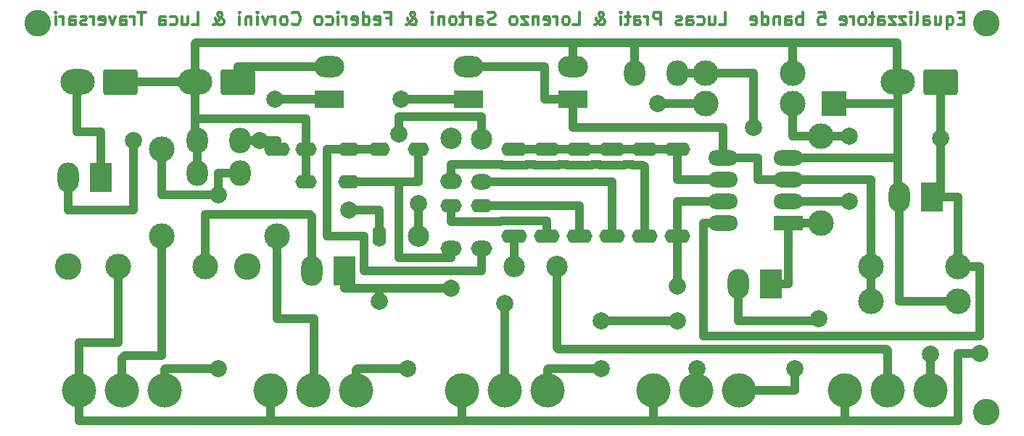
<source format=gbr>
%TF.GenerationSoftware,KiCad,Pcbnew,(5.1.9)-1*%
%TF.CreationDate,2022-01-13T14:55:30+01:00*%
%TF.ProjectId,Equalizzatore Prati,45717561-6c69-47a7-9a61-746f72652050,rev?*%
%TF.SameCoordinates,Original*%
%TF.FileFunction,Copper,L2,Bot*%
%TF.FilePolarity,Positive*%
%FSLAX46Y46*%
G04 Gerber Fmt 4.6, Leading zero omitted, Abs format (unit mm)*
G04 Created by KiCad (PCBNEW (5.1.9)-1) date 2022-01-13 14:55:30*
%MOMM*%
%LPD*%
G01*
G04 APERTURE LIST*
%TA.AperFunction,NonConductor*%
%ADD10C,0.300000*%
%TD*%
%TA.AperFunction,ComponentPad*%
%ADD11R,2.500000X3.500000*%
%TD*%
%TA.AperFunction,ComponentPad*%
%ADD12O,2.500000X3.500000*%
%TD*%
%TA.AperFunction,ComponentPad*%
%ADD13R,3.500000X2.000000*%
%TD*%
%TA.AperFunction,ComponentPad*%
%ADD14O,3.500000X2.500000*%
%TD*%
%TA.AperFunction,ComponentPad*%
%ADD15O,2.500000X3.000000*%
%TD*%
%TA.AperFunction,ComponentPad*%
%ADD16O,2.500000X1.900000*%
%TD*%
%TA.AperFunction,ComponentPad*%
%ADD17C,2.500000*%
%TD*%
%TA.AperFunction,ComponentPad*%
%ADD18O,2.500000X1.800000*%
%TD*%
%TA.AperFunction,ComponentPad*%
%ADD19O,2.500000X1.600000*%
%TD*%
%TA.AperFunction,ComponentPad*%
%ADD20O,4.000000X3.000000*%
%TD*%
%TA.AperFunction,ComponentPad*%
%ADD21R,3.000000X3.000000*%
%TD*%
%TA.AperFunction,ComponentPad*%
%ADD22C,3.000000*%
%TD*%
%TA.AperFunction,ComponentPad*%
%ADD23C,4.000000*%
%TD*%
%TA.AperFunction,ComponentPad*%
%ADD24O,3.000000X1.600000*%
%TD*%
%TA.AperFunction,ComponentPad*%
%ADD25O,1.600000X2.500000*%
%TD*%
%TA.AperFunction,ComponentPad*%
%ADD26R,3.500000X1.800000*%
%TD*%
%TA.AperFunction,ComponentPad*%
%ADD27O,3.500000X1.800000*%
%TD*%
%TA.AperFunction,ViaPad*%
%ADD28C,3.100000*%
%TD*%
%TA.AperFunction,ViaPad*%
%ADD29C,2.000000*%
%TD*%
%TA.AperFunction,Conductor*%
%ADD30C,1.000000*%
%TD*%
G04 APERTURE END LIST*
D10*
X210261714Y-83458857D02*
X209761714Y-83458857D01*
X209547428Y-84244571D02*
X210261714Y-84244571D01*
X210261714Y-82744571D01*
X209547428Y-82744571D01*
X208261714Y-83244571D02*
X208261714Y-84744571D01*
X208261714Y-84173142D02*
X208404571Y-84244571D01*
X208690285Y-84244571D01*
X208833142Y-84173142D01*
X208904571Y-84101714D01*
X208976000Y-83958857D01*
X208976000Y-83530285D01*
X208904571Y-83387428D01*
X208833142Y-83316000D01*
X208690285Y-83244571D01*
X208404571Y-83244571D01*
X208261714Y-83316000D01*
X206904571Y-83244571D02*
X206904571Y-84244571D01*
X207547428Y-83244571D02*
X207547428Y-84030285D01*
X207476000Y-84173142D01*
X207333142Y-84244571D01*
X207118857Y-84244571D01*
X206976000Y-84173142D01*
X206904571Y-84101714D01*
X205547428Y-84244571D02*
X205547428Y-83458857D01*
X205618857Y-83316000D01*
X205761714Y-83244571D01*
X206047428Y-83244571D01*
X206190285Y-83316000D01*
X205547428Y-84173142D02*
X205690285Y-84244571D01*
X206047428Y-84244571D01*
X206190285Y-84173142D01*
X206261714Y-84030285D01*
X206261714Y-83887428D01*
X206190285Y-83744571D01*
X206047428Y-83673142D01*
X205690285Y-83673142D01*
X205547428Y-83601714D01*
X204618857Y-84244571D02*
X204761714Y-84173142D01*
X204833142Y-84030285D01*
X204833142Y-82744571D01*
X204047428Y-84244571D02*
X204047428Y-83244571D01*
X204047428Y-82744571D02*
X204118857Y-82816000D01*
X204047428Y-82887428D01*
X203976000Y-82816000D01*
X204047428Y-82744571D01*
X204047428Y-82887428D01*
X203476000Y-83244571D02*
X202690285Y-83244571D01*
X203476000Y-84244571D01*
X202690285Y-84244571D01*
X202261714Y-83244571D02*
X201476000Y-83244571D01*
X202261714Y-84244571D01*
X201476000Y-84244571D01*
X200261714Y-84244571D02*
X200261714Y-83458857D01*
X200333142Y-83316000D01*
X200476000Y-83244571D01*
X200761714Y-83244571D01*
X200904571Y-83316000D01*
X200261714Y-84173142D02*
X200404571Y-84244571D01*
X200761714Y-84244571D01*
X200904571Y-84173142D01*
X200976000Y-84030285D01*
X200976000Y-83887428D01*
X200904571Y-83744571D01*
X200761714Y-83673142D01*
X200404571Y-83673142D01*
X200261714Y-83601714D01*
X199761714Y-83244571D02*
X199190285Y-83244571D01*
X199547428Y-82744571D02*
X199547428Y-84030285D01*
X199476000Y-84173142D01*
X199333142Y-84244571D01*
X199190285Y-84244571D01*
X198476000Y-84244571D02*
X198618857Y-84173142D01*
X198690285Y-84101714D01*
X198761714Y-83958857D01*
X198761714Y-83530285D01*
X198690285Y-83387428D01*
X198618857Y-83316000D01*
X198476000Y-83244571D01*
X198261714Y-83244571D01*
X198118857Y-83316000D01*
X198047428Y-83387428D01*
X197976000Y-83530285D01*
X197976000Y-83958857D01*
X198047428Y-84101714D01*
X198118857Y-84173142D01*
X198261714Y-84244571D01*
X198476000Y-84244571D01*
X197333142Y-84244571D02*
X197333142Y-83244571D01*
X197333142Y-83530285D02*
X197261714Y-83387428D01*
X197190285Y-83316000D01*
X197047428Y-83244571D01*
X196904571Y-83244571D01*
X195833142Y-84173142D02*
X195976000Y-84244571D01*
X196261714Y-84244571D01*
X196404571Y-84173142D01*
X196476000Y-84030285D01*
X196476000Y-83458857D01*
X196404571Y-83316000D01*
X196261714Y-83244571D01*
X195976000Y-83244571D01*
X195833142Y-83316000D01*
X195761714Y-83458857D01*
X195761714Y-83601714D01*
X196476000Y-83744571D01*
X193261714Y-82744571D02*
X193976000Y-82744571D01*
X194047428Y-83458857D01*
X193976000Y-83387428D01*
X193833142Y-83316000D01*
X193476000Y-83316000D01*
X193333142Y-83387428D01*
X193261714Y-83458857D01*
X193190285Y-83601714D01*
X193190285Y-83958857D01*
X193261714Y-84101714D01*
X193333142Y-84173142D01*
X193476000Y-84244571D01*
X193833142Y-84244571D01*
X193976000Y-84173142D01*
X194047428Y-84101714D01*
X191404571Y-84244571D02*
X191404571Y-82744571D01*
X191404571Y-83316000D02*
X191261714Y-83244571D01*
X190976000Y-83244571D01*
X190833142Y-83316000D01*
X190761714Y-83387428D01*
X190690285Y-83530285D01*
X190690285Y-83958857D01*
X190761714Y-84101714D01*
X190833142Y-84173142D01*
X190976000Y-84244571D01*
X191261714Y-84244571D01*
X191404571Y-84173142D01*
X189404571Y-84244571D02*
X189404571Y-83458857D01*
X189476000Y-83316000D01*
X189618857Y-83244571D01*
X189904571Y-83244571D01*
X190047428Y-83316000D01*
X189404571Y-84173142D02*
X189547428Y-84244571D01*
X189904571Y-84244571D01*
X190047428Y-84173142D01*
X190118857Y-84030285D01*
X190118857Y-83887428D01*
X190047428Y-83744571D01*
X189904571Y-83673142D01*
X189547428Y-83673142D01*
X189404571Y-83601714D01*
X188690285Y-83244571D02*
X188690285Y-84244571D01*
X188690285Y-83387428D02*
X188618857Y-83316000D01*
X188476000Y-83244571D01*
X188261714Y-83244571D01*
X188118857Y-83316000D01*
X188047428Y-83458857D01*
X188047428Y-84244571D01*
X186690285Y-84244571D02*
X186690285Y-82744571D01*
X186690285Y-84173142D02*
X186833142Y-84244571D01*
X187118857Y-84244571D01*
X187261714Y-84173142D01*
X187333142Y-84101714D01*
X187404571Y-83958857D01*
X187404571Y-83530285D01*
X187333142Y-83387428D01*
X187261714Y-83316000D01*
X187118857Y-83244571D01*
X186833142Y-83244571D01*
X186690285Y-83316000D01*
X185404571Y-84173142D02*
X185547428Y-84244571D01*
X185833142Y-84244571D01*
X185976000Y-84173142D01*
X186047428Y-84030285D01*
X186047428Y-83458857D01*
X185976000Y-83316000D01*
X185833142Y-83244571D01*
X185547428Y-83244571D01*
X185404571Y-83316000D01*
X185333142Y-83458857D01*
X185333142Y-83601714D01*
X186047428Y-83744571D01*
X181690285Y-84244571D02*
X182404571Y-84244571D01*
X182404571Y-82744571D01*
X180547428Y-83244571D02*
X180547428Y-84244571D01*
X181190285Y-83244571D02*
X181190285Y-84030285D01*
X181118857Y-84173142D01*
X180976000Y-84244571D01*
X180761714Y-84244571D01*
X180618857Y-84173142D01*
X180547428Y-84101714D01*
X179190285Y-84173142D02*
X179333142Y-84244571D01*
X179618857Y-84244571D01*
X179761714Y-84173142D01*
X179833142Y-84101714D01*
X179904571Y-83958857D01*
X179904571Y-83530285D01*
X179833142Y-83387428D01*
X179761714Y-83316000D01*
X179618857Y-83244571D01*
X179333142Y-83244571D01*
X179190285Y-83316000D01*
X177904571Y-84244571D02*
X177904571Y-83458857D01*
X177976000Y-83316000D01*
X178118857Y-83244571D01*
X178404571Y-83244571D01*
X178547428Y-83316000D01*
X177904571Y-84173142D02*
X178047428Y-84244571D01*
X178404571Y-84244571D01*
X178547428Y-84173142D01*
X178618857Y-84030285D01*
X178618857Y-83887428D01*
X178547428Y-83744571D01*
X178404571Y-83673142D01*
X178047428Y-83673142D01*
X177904571Y-83601714D01*
X177261714Y-84173142D02*
X177118857Y-84244571D01*
X176833142Y-84244571D01*
X176690285Y-84173142D01*
X176618857Y-84030285D01*
X176618857Y-83958857D01*
X176690285Y-83816000D01*
X176833142Y-83744571D01*
X177047428Y-83744571D01*
X177190285Y-83673142D01*
X177261714Y-83530285D01*
X177261714Y-83458857D01*
X177190285Y-83316000D01*
X177047428Y-83244571D01*
X176833142Y-83244571D01*
X176690285Y-83316000D01*
X174833142Y-84244571D02*
X174833142Y-82744571D01*
X174261714Y-82744571D01*
X174118857Y-82816000D01*
X174047428Y-82887428D01*
X173976000Y-83030285D01*
X173976000Y-83244571D01*
X174047428Y-83387428D01*
X174118857Y-83458857D01*
X174261714Y-83530285D01*
X174833142Y-83530285D01*
X173333142Y-84244571D02*
X173333142Y-83244571D01*
X173333142Y-83530285D02*
X173261714Y-83387428D01*
X173190285Y-83316000D01*
X173047428Y-83244571D01*
X172904571Y-83244571D01*
X171761714Y-84244571D02*
X171761714Y-83458857D01*
X171833142Y-83316000D01*
X171976000Y-83244571D01*
X172261714Y-83244571D01*
X172404571Y-83316000D01*
X171761714Y-84173142D02*
X171904571Y-84244571D01*
X172261714Y-84244571D01*
X172404571Y-84173142D01*
X172476000Y-84030285D01*
X172476000Y-83887428D01*
X172404571Y-83744571D01*
X172261714Y-83673142D01*
X171904571Y-83673142D01*
X171761714Y-83601714D01*
X171261714Y-83244571D02*
X170690285Y-83244571D01*
X171047428Y-82744571D02*
X171047428Y-84030285D01*
X170976000Y-84173142D01*
X170833142Y-84244571D01*
X170690285Y-84244571D01*
X170190285Y-84244571D02*
X170190285Y-83244571D01*
X170190285Y-82744571D02*
X170261714Y-82816000D01*
X170190285Y-82887428D01*
X170118857Y-82816000D01*
X170190285Y-82744571D01*
X170190285Y-82887428D01*
X167118857Y-84244571D02*
X167190285Y-84244571D01*
X167333142Y-84173142D01*
X167547428Y-83958857D01*
X167904571Y-83530285D01*
X168047428Y-83316000D01*
X168118857Y-83101714D01*
X168118857Y-82958857D01*
X168047428Y-82816000D01*
X167904571Y-82744571D01*
X167833142Y-82744571D01*
X167690285Y-82816000D01*
X167618857Y-82958857D01*
X167618857Y-83030285D01*
X167690285Y-83173142D01*
X167761714Y-83244571D01*
X168190285Y-83530285D01*
X168261714Y-83601714D01*
X168333142Y-83744571D01*
X168333142Y-83958857D01*
X168261714Y-84101714D01*
X168190285Y-84173142D01*
X168047428Y-84244571D01*
X167833142Y-84244571D01*
X167690285Y-84173142D01*
X167618857Y-84101714D01*
X167404571Y-83816000D01*
X167333142Y-83601714D01*
X167333142Y-83458857D01*
X164618857Y-84244571D02*
X165333142Y-84244571D01*
X165333142Y-82744571D01*
X163904571Y-84244571D02*
X164047428Y-84173142D01*
X164118857Y-84101714D01*
X164190285Y-83958857D01*
X164190285Y-83530285D01*
X164118857Y-83387428D01*
X164047428Y-83316000D01*
X163904571Y-83244571D01*
X163690285Y-83244571D01*
X163547428Y-83316000D01*
X163476000Y-83387428D01*
X163404571Y-83530285D01*
X163404571Y-83958857D01*
X163476000Y-84101714D01*
X163547428Y-84173142D01*
X163690285Y-84244571D01*
X163904571Y-84244571D01*
X162761714Y-84244571D02*
X162761714Y-83244571D01*
X162761714Y-83530285D02*
X162690285Y-83387428D01*
X162618857Y-83316000D01*
X162476000Y-83244571D01*
X162333142Y-83244571D01*
X161261714Y-84173142D02*
X161404571Y-84244571D01*
X161690285Y-84244571D01*
X161833142Y-84173142D01*
X161904571Y-84030285D01*
X161904571Y-83458857D01*
X161833142Y-83316000D01*
X161690285Y-83244571D01*
X161404571Y-83244571D01*
X161261714Y-83316000D01*
X161190285Y-83458857D01*
X161190285Y-83601714D01*
X161904571Y-83744571D01*
X160547428Y-83244571D02*
X160547428Y-84244571D01*
X160547428Y-83387428D02*
X160476000Y-83316000D01*
X160333142Y-83244571D01*
X160118857Y-83244571D01*
X159976000Y-83316000D01*
X159904571Y-83458857D01*
X159904571Y-84244571D01*
X159333142Y-83244571D02*
X158547428Y-83244571D01*
X159333142Y-84244571D01*
X158547428Y-84244571D01*
X157761714Y-84244571D02*
X157904571Y-84173142D01*
X157976000Y-84101714D01*
X158047428Y-83958857D01*
X158047428Y-83530285D01*
X157976000Y-83387428D01*
X157904571Y-83316000D01*
X157761714Y-83244571D01*
X157547428Y-83244571D01*
X157404571Y-83316000D01*
X157333142Y-83387428D01*
X157261714Y-83530285D01*
X157261714Y-83958857D01*
X157333142Y-84101714D01*
X157404571Y-84173142D01*
X157547428Y-84244571D01*
X157761714Y-84244571D01*
X155547428Y-84173142D02*
X155333142Y-84244571D01*
X154976000Y-84244571D01*
X154833142Y-84173142D01*
X154761714Y-84101714D01*
X154690285Y-83958857D01*
X154690285Y-83816000D01*
X154761714Y-83673142D01*
X154833142Y-83601714D01*
X154976000Y-83530285D01*
X155261714Y-83458857D01*
X155404571Y-83387428D01*
X155476000Y-83316000D01*
X155547428Y-83173142D01*
X155547428Y-83030285D01*
X155476000Y-82887428D01*
X155404571Y-82816000D01*
X155261714Y-82744571D01*
X154904571Y-82744571D01*
X154690285Y-82816000D01*
X153404571Y-84244571D02*
X153404571Y-83458857D01*
X153476000Y-83316000D01*
X153618857Y-83244571D01*
X153904571Y-83244571D01*
X154047428Y-83316000D01*
X153404571Y-84173142D02*
X153547428Y-84244571D01*
X153904571Y-84244571D01*
X154047428Y-84173142D01*
X154118857Y-84030285D01*
X154118857Y-83887428D01*
X154047428Y-83744571D01*
X153904571Y-83673142D01*
X153547428Y-83673142D01*
X153404571Y-83601714D01*
X152690285Y-84244571D02*
X152690285Y-83244571D01*
X152690285Y-83530285D02*
X152618857Y-83387428D01*
X152547428Y-83316000D01*
X152404571Y-83244571D01*
X152261714Y-83244571D01*
X151976000Y-83244571D02*
X151404571Y-83244571D01*
X151761714Y-82744571D02*
X151761714Y-84030285D01*
X151690285Y-84173142D01*
X151547428Y-84244571D01*
X151404571Y-84244571D01*
X150690285Y-84244571D02*
X150833142Y-84173142D01*
X150904571Y-84101714D01*
X150976000Y-83958857D01*
X150976000Y-83530285D01*
X150904571Y-83387428D01*
X150833142Y-83316000D01*
X150690285Y-83244571D01*
X150476000Y-83244571D01*
X150333142Y-83316000D01*
X150261714Y-83387428D01*
X150190285Y-83530285D01*
X150190285Y-83958857D01*
X150261714Y-84101714D01*
X150333142Y-84173142D01*
X150476000Y-84244571D01*
X150690285Y-84244571D01*
X149547428Y-83244571D02*
X149547428Y-84244571D01*
X149547428Y-83387428D02*
X149476000Y-83316000D01*
X149333142Y-83244571D01*
X149118857Y-83244571D01*
X148976000Y-83316000D01*
X148904571Y-83458857D01*
X148904571Y-84244571D01*
X148190285Y-84244571D02*
X148190285Y-83244571D01*
X148190285Y-82744571D02*
X148261714Y-82816000D01*
X148190285Y-82887428D01*
X148118857Y-82816000D01*
X148190285Y-82744571D01*
X148190285Y-82887428D01*
X145118857Y-84244571D02*
X145190285Y-84244571D01*
X145333142Y-84173142D01*
X145547428Y-83958857D01*
X145904571Y-83530285D01*
X146047428Y-83316000D01*
X146118857Y-83101714D01*
X146118857Y-82958857D01*
X146047428Y-82816000D01*
X145904571Y-82744571D01*
X145833142Y-82744571D01*
X145690285Y-82816000D01*
X145618857Y-82958857D01*
X145618857Y-83030285D01*
X145690285Y-83173142D01*
X145761714Y-83244571D01*
X146190285Y-83530285D01*
X146261714Y-83601714D01*
X146333142Y-83744571D01*
X146333142Y-83958857D01*
X146261714Y-84101714D01*
X146190285Y-84173142D01*
X146047428Y-84244571D01*
X145833142Y-84244571D01*
X145690285Y-84173142D01*
X145618857Y-84101714D01*
X145404571Y-83816000D01*
X145333142Y-83601714D01*
X145333142Y-83458857D01*
X142833142Y-83458857D02*
X143333142Y-83458857D01*
X143333142Y-84244571D02*
X143333142Y-82744571D01*
X142618857Y-82744571D01*
X141476000Y-84173142D02*
X141618857Y-84244571D01*
X141904571Y-84244571D01*
X142047428Y-84173142D01*
X142118857Y-84030285D01*
X142118857Y-83458857D01*
X142047428Y-83316000D01*
X141904571Y-83244571D01*
X141618857Y-83244571D01*
X141476000Y-83316000D01*
X141404571Y-83458857D01*
X141404571Y-83601714D01*
X142118857Y-83744571D01*
X140118857Y-84244571D02*
X140118857Y-82744571D01*
X140118857Y-84173142D02*
X140261714Y-84244571D01*
X140547428Y-84244571D01*
X140690285Y-84173142D01*
X140761714Y-84101714D01*
X140833142Y-83958857D01*
X140833142Y-83530285D01*
X140761714Y-83387428D01*
X140690285Y-83316000D01*
X140547428Y-83244571D01*
X140261714Y-83244571D01*
X140118857Y-83316000D01*
X138833142Y-84173142D02*
X138976000Y-84244571D01*
X139261714Y-84244571D01*
X139404571Y-84173142D01*
X139476000Y-84030285D01*
X139476000Y-83458857D01*
X139404571Y-83316000D01*
X139261714Y-83244571D01*
X138976000Y-83244571D01*
X138833142Y-83316000D01*
X138761714Y-83458857D01*
X138761714Y-83601714D01*
X139476000Y-83744571D01*
X138118857Y-84244571D02*
X138118857Y-83244571D01*
X138118857Y-83530285D02*
X138047428Y-83387428D01*
X137976000Y-83316000D01*
X137833142Y-83244571D01*
X137690285Y-83244571D01*
X137190285Y-84244571D02*
X137190285Y-83244571D01*
X137190285Y-82744571D02*
X137261714Y-82816000D01*
X137190285Y-82887428D01*
X137118857Y-82816000D01*
X137190285Y-82744571D01*
X137190285Y-82887428D01*
X135833142Y-84173142D02*
X135976000Y-84244571D01*
X136261714Y-84244571D01*
X136404571Y-84173142D01*
X136476000Y-84101714D01*
X136547428Y-83958857D01*
X136547428Y-83530285D01*
X136476000Y-83387428D01*
X136404571Y-83316000D01*
X136261714Y-83244571D01*
X135976000Y-83244571D01*
X135833142Y-83316000D01*
X134976000Y-84244571D02*
X135118857Y-84173142D01*
X135190285Y-84101714D01*
X135261714Y-83958857D01*
X135261714Y-83530285D01*
X135190285Y-83387428D01*
X135118857Y-83316000D01*
X134976000Y-83244571D01*
X134761714Y-83244571D01*
X134618857Y-83316000D01*
X134547428Y-83387428D01*
X134476000Y-83530285D01*
X134476000Y-83958857D01*
X134547428Y-84101714D01*
X134618857Y-84173142D01*
X134761714Y-84244571D01*
X134976000Y-84244571D01*
X131833142Y-84101714D02*
X131904571Y-84173142D01*
X132118857Y-84244571D01*
X132261714Y-84244571D01*
X132476000Y-84173142D01*
X132618857Y-84030285D01*
X132690285Y-83887428D01*
X132761714Y-83601714D01*
X132761714Y-83387428D01*
X132690285Y-83101714D01*
X132618857Y-82958857D01*
X132476000Y-82816000D01*
X132261714Y-82744571D01*
X132118857Y-82744571D01*
X131904571Y-82816000D01*
X131833142Y-82887428D01*
X130976000Y-84244571D02*
X131118857Y-84173142D01*
X131190285Y-84101714D01*
X131261714Y-83958857D01*
X131261714Y-83530285D01*
X131190285Y-83387428D01*
X131118857Y-83316000D01*
X130976000Y-83244571D01*
X130761714Y-83244571D01*
X130618857Y-83316000D01*
X130547428Y-83387428D01*
X130476000Y-83530285D01*
X130476000Y-83958857D01*
X130547428Y-84101714D01*
X130618857Y-84173142D01*
X130761714Y-84244571D01*
X130976000Y-84244571D01*
X129833142Y-84244571D02*
X129833142Y-83244571D01*
X129833142Y-83530285D02*
X129761714Y-83387428D01*
X129690285Y-83316000D01*
X129547428Y-83244571D01*
X129404571Y-83244571D01*
X129047428Y-83244571D02*
X128690285Y-84244571D01*
X128333142Y-83244571D01*
X127761714Y-84244571D02*
X127761714Y-83244571D01*
X127761714Y-82744571D02*
X127833142Y-82816000D01*
X127761714Y-82887428D01*
X127690285Y-82816000D01*
X127761714Y-82744571D01*
X127761714Y-82887428D01*
X127047428Y-83244571D02*
X127047428Y-84244571D01*
X127047428Y-83387428D02*
X126976000Y-83316000D01*
X126833142Y-83244571D01*
X126618857Y-83244571D01*
X126476000Y-83316000D01*
X126404571Y-83458857D01*
X126404571Y-84244571D01*
X125690285Y-84244571D02*
X125690285Y-83244571D01*
X125690285Y-82744571D02*
X125761714Y-82816000D01*
X125690285Y-82887428D01*
X125618857Y-82816000D01*
X125690285Y-82744571D01*
X125690285Y-82887428D01*
X122618857Y-84244571D02*
X122690285Y-84244571D01*
X122833142Y-84173142D01*
X123047428Y-83958857D01*
X123404571Y-83530285D01*
X123547428Y-83316000D01*
X123618857Y-83101714D01*
X123618857Y-82958857D01*
X123547428Y-82816000D01*
X123404571Y-82744571D01*
X123333142Y-82744571D01*
X123190285Y-82816000D01*
X123118857Y-82958857D01*
X123118857Y-83030285D01*
X123190285Y-83173142D01*
X123261714Y-83244571D01*
X123690285Y-83530285D01*
X123761714Y-83601714D01*
X123833142Y-83744571D01*
X123833142Y-83958857D01*
X123761714Y-84101714D01*
X123690285Y-84173142D01*
X123547428Y-84244571D01*
X123333142Y-84244571D01*
X123190285Y-84173142D01*
X123118857Y-84101714D01*
X122904571Y-83816000D01*
X122833142Y-83601714D01*
X122833142Y-83458857D01*
X120118857Y-84244571D02*
X120833142Y-84244571D01*
X120833142Y-82744571D01*
X118976000Y-83244571D02*
X118976000Y-84244571D01*
X119618857Y-83244571D02*
X119618857Y-84030285D01*
X119547428Y-84173142D01*
X119404571Y-84244571D01*
X119190285Y-84244571D01*
X119047428Y-84173142D01*
X118976000Y-84101714D01*
X117618857Y-84173142D02*
X117761714Y-84244571D01*
X118047428Y-84244571D01*
X118190285Y-84173142D01*
X118261714Y-84101714D01*
X118333142Y-83958857D01*
X118333142Y-83530285D01*
X118261714Y-83387428D01*
X118190285Y-83316000D01*
X118047428Y-83244571D01*
X117761714Y-83244571D01*
X117618857Y-83316000D01*
X116333142Y-84244571D02*
X116333142Y-83458857D01*
X116404571Y-83316000D01*
X116547428Y-83244571D01*
X116833142Y-83244571D01*
X116976000Y-83316000D01*
X116333142Y-84173142D02*
X116476000Y-84244571D01*
X116833142Y-84244571D01*
X116976000Y-84173142D01*
X117047428Y-84030285D01*
X117047428Y-83887428D01*
X116976000Y-83744571D01*
X116833142Y-83673142D01*
X116476000Y-83673142D01*
X116333142Y-83601714D01*
X114690285Y-82744571D02*
X113833142Y-82744571D01*
X114261714Y-84244571D02*
X114261714Y-82744571D01*
X113333142Y-84244571D02*
X113333142Y-83244571D01*
X113333142Y-83530285D02*
X113261714Y-83387428D01*
X113190285Y-83316000D01*
X113047428Y-83244571D01*
X112904571Y-83244571D01*
X111761714Y-84244571D02*
X111761714Y-83458857D01*
X111833142Y-83316000D01*
X111976000Y-83244571D01*
X112261714Y-83244571D01*
X112404571Y-83316000D01*
X111761714Y-84173142D02*
X111904571Y-84244571D01*
X112261714Y-84244571D01*
X112404571Y-84173142D01*
X112476000Y-84030285D01*
X112476000Y-83887428D01*
X112404571Y-83744571D01*
X112261714Y-83673142D01*
X111904571Y-83673142D01*
X111761714Y-83601714D01*
X111190285Y-83244571D02*
X110833142Y-84244571D01*
X110476000Y-83244571D01*
X109333142Y-84173142D02*
X109476000Y-84244571D01*
X109761714Y-84244571D01*
X109904571Y-84173142D01*
X109976000Y-84030285D01*
X109976000Y-83458857D01*
X109904571Y-83316000D01*
X109761714Y-83244571D01*
X109476000Y-83244571D01*
X109333142Y-83316000D01*
X109261714Y-83458857D01*
X109261714Y-83601714D01*
X109976000Y-83744571D01*
X108618857Y-84244571D02*
X108618857Y-83244571D01*
X108618857Y-83530285D02*
X108547428Y-83387428D01*
X108476000Y-83316000D01*
X108333142Y-83244571D01*
X108190285Y-83244571D01*
X107761714Y-84173142D02*
X107618857Y-84244571D01*
X107333142Y-84244571D01*
X107190285Y-84173142D01*
X107118857Y-84030285D01*
X107118857Y-83958857D01*
X107190285Y-83816000D01*
X107333142Y-83744571D01*
X107547428Y-83744571D01*
X107690285Y-83673142D01*
X107761714Y-83530285D01*
X107761714Y-83458857D01*
X107690285Y-83316000D01*
X107547428Y-83244571D01*
X107333142Y-83244571D01*
X107190285Y-83316000D01*
X105833142Y-84244571D02*
X105833142Y-83458857D01*
X105904571Y-83316000D01*
X106047428Y-83244571D01*
X106333142Y-83244571D01*
X106476000Y-83316000D01*
X105833142Y-84173142D02*
X105976000Y-84244571D01*
X106333142Y-84244571D01*
X106476000Y-84173142D01*
X106547428Y-84030285D01*
X106547428Y-83887428D01*
X106476000Y-83744571D01*
X106333142Y-83673142D01*
X105976000Y-83673142D01*
X105833142Y-83601714D01*
X105118857Y-84244571D02*
X105118857Y-83244571D01*
X105118857Y-83530285D02*
X105047428Y-83387428D01*
X104976000Y-83316000D01*
X104833142Y-83244571D01*
X104690285Y-83244571D01*
X104190285Y-84244571D02*
X104190285Y-83244571D01*
X104190285Y-82744571D02*
X104261714Y-82816000D01*
X104190285Y-82887428D01*
X104118857Y-82816000D01*
X104190285Y-82744571D01*
X104190285Y-82887428D01*
D11*
%TO.P,C1,1*%
%TO.N,Net-(C1-Pad1)*%
X109474000Y-102108000D03*
D12*
%TO.P,C1,2*%
%TO.N,Net-(C1-Pad2)*%
X105674000Y-102108000D03*
%TD*%
D13*
%TO.P,C2,1*%
%TO.N,VDD*%
X152400000Y-92964000D03*
D14*
%TO.P,C2,2*%
%TO.N,Net-(C2-Pad2)*%
X152400000Y-89164000D03*
%TD*%
D13*
%TO.P,C3,1*%
%TO.N,Net-(C2-Pad2)*%
X164592000Y-92964000D03*
D14*
%TO.P,C3,2*%
%TO.N,GND*%
X164592000Y-89164000D03*
%TD*%
D12*
%TO.P,C4,2*%
%TO.N,Net-(C4-Pad2)*%
X183906000Y-114554000D03*
D11*
%TO.P,C4,1*%
%TO.N,Net-(C4-Pad1)*%
X187706000Y-114554000D03*
%TD*%
%TO.P,C5,1*%
%TO.N,VDD*%
X206502000Y-104394000D03*
D12*
%TO.P,C5,2*%
%TO.N,GND*%
X202702000Y-104394000D03*
%TD*%
D15*
%TO.P,C6,1*%
%TO.N,Net-(C6-Pad1)*%
X176784000Y-89916000D03*
%TO.P,C6,2*%
%TO.N,GND*%
X171784000Y-89916000D03*
%TD*%
D11*
%TO.P,C7,1*%
%TO.N,Net-(C7-Pad1)*%
X137922000Y-113030000D03*
D12*
%TO.P,C7,2*%
%TO.N,Net-(C7-Pad2)*%
X134122000Y-113030000D03*
%TD*%
D14*
%TO.P,C8,2*%
%TO.N,Net-(C8-Pad2)*%
X136144000Y-89164000D03*
D13*
%TO.P,C8,1*%
%TO.N,Net-(C7-Pad1)*%
X136144000Y-92964000D03*
%TD*%
D15*
%TO.P,C9,1*%
%TO.N,GND*%
X120730000Y-101600000D03*
%TO.P,C9,2*%
%TO.N,Net-(C10-Pad1)*%
X125730000Y-101600000D03*
%TD*%
D16*
%TO.P,C10,2*%
%TO.N,Net-(C10-Pad2)*%
X150368000Y-102536000D03*
D17*
%TO.P,C10,1*%
%TO.N,Net-(C10-Pad1)*%
X150368000Y-97536000D03*
%TD*%
D15*
%TO.P,C11,1*%
%TO.N,GND*%
X120730000Y-97790000D03*
%TO.P,C11,2*%
%TO.N,Net-(C11-Pad2)*%
X125730000Y-97790000D03*
%TD*%
D18*
%TO.P,C12,2*%
%TO.N,Net-(C12-Pad2)*%
X153924000Y-102616000D03*
D17*
%TO.P,C12,1*%
%TO.N,Net-(C11-Pad2)*%
X153924000Y-97616000D03*
%TD*%
D19*
%TO.P,C13,1*%
%TO.N,GND*%
X133430000Y-98806000D03*
%TO.P,C13,2*%
%TO.N,Net-(C13-Pad2)*%
X138430000Y-98806000D03*
%TD*%
%TO.P,C14,2*%
%TO.N,Net-(C14-Pad2)*%
X153924000Y-105410000D03*
D18*
%TO.P,C14,1*%
%TO.N,Net-(C13-Pad2)*%
X153924000Y-110410000D03*
%TD*%
D19*
%TO.P,C15,1*%
%TO.N,GND*%
X133430000Y-102616000D03*
%TO.P,C15,2*%
%TO.N,Net-(C15-Pad2)*%
X138430000Y-102616000D03*
%TD*%
%TO.P,C16,2*%
%TO.N,Net-(C16-Pad2)*%
X150368000Y-105410000D03*
D18*
%TO.P,C16,1*%
%TO.N,Net-(C15-Pad2)*%
X150368000Y-110410000D03*
%TD*%
D17*
%TO.P,C17,2*%
%TO.N,Net-(C17-Pad2)*%
X157734000Y-112522000D03*
%TO.P,C17,1*%
%TO.N,Net-(C17-Pad1)*%
X162734000Y-112522000D03*
%TD*%
%TO.P,J1,1*%
%TO.N,GND*%
%TA.AperFunction,ComponentPad*%
G36*
G01*
X113760000Y-89711000D02*
X113760000Y-92153000D01*
G75*
G02*
X113481000Y-92432000I-279000J0D01*
G01*
X110039000Y-92432000D01*
G75*
G02*
X109760000Y-92153000I0J279000D01*
G01*
X109760000Y-89711000D01*
G75*
G02*
X110039000Y-89432000I279000J0D01*
G01*
X113481000Y-89432000D01*
G75*
G02*
X113760000Y-89711000I0J-279000D01*
G01*
G37*
%TD.AperFunction*%
D20*
%TO.P,J1,2*%
%TO.N,Net-(C1-Pad1)*%
X106760000Y-90932000D03*
%TD*%
%TO.P,J2,1*%
%TO.N,VDD*%
%TA.AperFunction,ComponentPad*%
G36*
G01*
X209518000Y-89711000D02*
X209518000Y-92153000D01*
G75*
G02*
X209239000Y-92432000I-279000J0D01*
G01*
X205797000Y-92432000D01*
G75*
G02*
X205518000Y-92153000I0J279000D01*
G01*
X205518000Y-89711000D01*
G75*
G02*
X205797000Y-89432000I279000J0D01*
G01*
X209239000Y-89432000D01*
G75*
G02*
X209518000Y-89711000I0J-279000D01*
G01*
G37*
%TD.AperFunction*%
%TO.P,J2,2*%
%TO.N,GND*%
X202518000Y-90932000D03*
%TD*%
%TO.P,J3,2*%
%TO.N,GND*%
X120476000Y-90932000D03*
%TO.P,J3,1*%
%TO.N,Net-(C8-Pad2)*%
%TA.AperFunction,ComponentPad*%
G36*
G01*
X127476000Y-89711000D02*
X127476000Y-92153000D01*
G75*
G02*
X127197000Y-92432000I-279000J0D01*
G01*
X123755000Y-92432000D01*
G75*
G02*
X123476000Y-92153000I0J279000D01*
G01*
X123476000Y-89711000D01*
G75*
G02*
X123755000Y-89432000I279000J0D01*
G01*
X127197000Y-89432000D01*
G75*
G02*
X127476000Y-89711000I0J-279000D01*
G01*
G37*
%TD.AperFunction*%
%TD*%
D21*
%TO.P,J4,1*%
%TO.N,GND*%
X195072000Y-93472000D03*
%TD*%
D22*
%TO.P,R1,1*%
%TO.N,Net-(C1-Pad2)*%
X180086000Y-93472000D03*
%TO.P,R1,2*%
%TO.N,Net-(R1-Pad2)*%
X190246000Y-93472000D03*
%TD*%
%TO.P,R2,2*%
%TO.N,Net-(C4-Pad1)*%
X193548000Y-107442000D03*
%TO.P,R2,1*%
%TO.N,Net-(R1-Pad2)*%
X193548000Y-97282000D03*
%TD*%
%TO.P,R3,2*%
%TO.N,Net-(C2-Pad2)*%
X199390000Y-112522000D03*
%TO.P,R3,1*%
%TO.N,VDD*%
X209550000Y-112522000D03*
%TD*%
%TO.P,R4,2*%
%TO.N,GND*%
X209550000Y-116586000D03*
%TO.P,R4,1*%
%TO.N,Net-(C2-Pad2)*%
X199390000Y-116586000D03*
%TD*%
D23*
%TO.P,R5,3*%
%TO.N,Net-(C4-Pad2)*%
X116934000Y-127000000D03*
%TO.P,R5,2*%
%TO.N,Net-(R13-Pad1)*%
X111934000Y-127000000D03*
%TO.P,R5,1*%
%TO.N,Net-(C6-Pad1)*%
X106934000Y-127000000D03*
%TD*%
%TO.P,R6,1*%
%TO.N,Net-(C6-Pad1)*%
X129286000Y-127000000D03*
%TO.P,R6,2*%
%TO.N,Net-(R15-Pad1)*%
X134286000Y-127000000D03*
%TO.P,R6,3*%
%TO.N,Net-(C4-Pad2)*%
X139286000Y-127000000D03*
%TD*%
%TO.P,R7,3*%
%TO.N,Net-(C4-Pad2)*%
X161638000Y-127000000D03*
%TO.P,R7,2*%
%TO.N,Net-(R17-Pad1)*%
X156638000Y-127000000D03*
%TO.P,R7,1*%
%TO.N,Net-(C6-Pad1)*%
X151638000Y-127000000D03*
%TD*%
%TO.P,R8,1*%
%TO.N,Net-(C6-Pad1)*%
X173990000Y-127000000D03*
%TO.P,R8,2*%
%TO.N,Net-(R19-Pad1)*%
X178990000Y-127000000D03*
%TO.P,R8,3*%
%TO.N,Net-(C4-Pad2)*%
X183990000Y-127000000D03*
%TD*%
%TO.P,R9,3*%
%TO.N,Net-(C4-Pad2)*%
X206342000Y-127000000D03*
%TO.P,R9,2*%
%TO.N,Net-(C17-Pad1)*%
X201342000Y-127000000D03*
%TO.P,R9,1*%
%TO.N,Net-(C6-Pad1)*%
X196342000Y-127000000D03*
%TD*%
D22*
%TO.P,R10,1*%
%TO.N,Net-(C7-Pad2)*%
X121666000Y-112522000D03*
%TO.P,R10,2*%
%TO.N,Net-(C6-Pad1)*%
X111506000Y-112522000D03*
%TD*%
%TO.P,R11,2*%
%TO.N,Net-(C6-Pad1)*%
X180086000Y-89916000D03*
%TO.P,R11,1*%
%TO.N,GND*%
X190246000Y-89916000D03*
%TD*%
D24*
%TO.P,R12,2*%
%TO.N,Net-(C7-Pad1)*%
X176784000Y-108966000D03*
%TO.P,R12,1*%
%TO.N,Net-(R12-Pad1)*%
X176784000Y-98806000D03*
%TD*%
D22*
%TO.P,R13,1*%
%TO.N,Net-(R13-Pad1)*%
X116586000Y-108966000D03*
%TO.P,R13,2*%
%TO.N,Net-(C10-Pad1)*%
X116586000Y-98806000D03*
%TD*%
D24*
%TO.P,R14,2*%
%TO.N,Net-(R12-Pad1)*%
X172974000Y-98806000D03*
%TO.P,R14,1*%
%TO.N,Net-(C10-Pad2)*%
X172974000Y-108966000D03*
%TD*%
D22*
%TO.P,R15,1*%
%TO.N,Net-(R15-Pad1)*%
X130048000Y-108966000D03*
D24*
%TO.P,R15,2*%
%TO.N,Net-(C11-Pad2)*%
X130048000Y-98806000D03*
%TD*%
%TO.P,R16,1*%
%TO.N,Net-(C12-Pad2)*%
X169164000Y-108966000D03*
%TO.P,R16,2*%
%TO.N,Net-(R12-Pad1)*%
X169164000Y-98806000D03*
%TD*%
D19*
%TO.P,R17,2*%
%TO.N,Net-(C13-Pad2)*%
X141986000Y-98806000D03*
D25*
%TO.P,R17,1*%
%TO.N,Net-(R17-Pad1)*%
X141986000Y-108966000D03*
%TD*%
D24*
%TO.P,R18,1*%
%TO.N,Net-(C14-Pad2)*%
X165379001Y-108966000D03*
%TO.P,R18,2*%
%TO.N,Net-(R12-Pad1)*%
X165379001Y-98806000D03*
%TD*%
D17*
%TO.P,R19,1*%
%TO.N,Net-(R19-Pad1)*%
X146558000Y-108966000D03*
D19*
%TO.P,R19,2*%
%TO.N,Net-(C15-Pad2)*%
X146558000Y-98806000D03*
%TD*%
D24*
%TO.P,R20,1*%
%TO.N,Net-(C16-Pad2)*%
X161544000Y-108966000D03*
%TO.P,R20,2*%
%TO.N,Net-(R12-Pad1)*%
X161544000Y-98806000D03*
%TD*%
%TO.P,R21,2*%
%TO.N,Net-(R12-Pad1)*%
X157734000Y-98806000D03*
%TO.P,R21,1*%
%TO.N,Net-(C17-Pad2)*%
X157734000Y-108966000D03*
%TD*%
D26*
%TO.P,U1,1*%
%TO.N,Net-(C4-Pad1)*%
X189738000Y-107442000D03*
D27*
%TO.P,U1,5*%
%TO.N,Net-(C2-Pad2)*%
X182118000Y-99822000D03*
%TO.P,U1,2*%
%TO.N,Net-(R1-Pad2)*%
X189738000Y-104902000D03*
%TO.P,U1,6*%
%TO.N,Net-(R12-Pad1)*%
X182118000Y-102362000D03*
%TO.P,U1,3*%
%TO.N,Net-(C2-Pad2)*%
X189738000Y-102362000D03*
%TO.P,U1,7*%
%TO.N,Net-(C7-Pad1)*%
X182118000Y-104902000D03*
%TO.P,U1,4*%
%TO.N,GND*%
X189738000Y-99822000D03*
%TO.P,U1,8*%
%TO.N,VDD*%
X182118000Y-107442000D03*
%TD*%
D28*
%TO.N,*%
X212852000Y-84074000D03*
X212852000Y-129540000D03*
X105664000Y-112522000D03*
X102108000Y-84074000D03*
X126619000Y-112522000D03*
D29*
%TO.N,Net-(C1-Pad2)*%
X113284000Y-97790000D03*
X174498000Y-93472000D03*
%TO.N,Net-(C4-Pad2)*%
X176784000Y-118872000D03*
X167894000Y-118872000D03*
X193294000Y-118618000D03*
X123190000Y-124460000D03*
X145288000Y-124460000D03*
X167894000Y-124460000D03*
X190500000Y-124460000D03*
X206342000Y-122776000D03*
%TO.N,Net-(C10-Pad1)*%
X123190000Y-104140000D03*
%TO.N,VDD*%
X207518000Y-97536000D03*
X144526000Y-92964000D03*
%TO.N,Net-(C6-Pad1)*%
X212090000Y-122682000D03*
X185674000Y-96266000D03*
%TO.N,Net-(C7-Pad1)*%
X129794000Y-92964000D03*
X176784000Y-114808000D03*
X150368000Y-115062000D03*
X141986000Y-116586000D03*
%TO.N,Net-(C11-Pad2)*%
X144272000Y-97028000D03*
X128016000Y-97790000D03*
%TO.N,Net-(R1-Pad2)*%
X196850000Y-97282000D03*
X196850000Y-104902000D03*
%TO.N,Net-(R17-Pad1)*%
X156638000Y-116840000D03*
X138430000Y-105918000D03*
%TO.N,Net-(R19-Pad1)*%
X179070000Y-124460000D03*
X146558000Y-105156000D03*
%TD*%
D30*
%TO.N,Net-(C1-Pad2)*%
X113284000Y-105918000D02*
X113284000Y-97790000D01*
X105684000Y-105918000D02*
X113284000Y-105918000D01*
X105674000Y-105908000D02*
X105684000Y-105918000D01*
X105674000Y-102108000D02*
X105674000Y-105908000D01*
X105744000Y-102028000D02*
X105664000Y-102108000D01*
X180086000Y-93472000D02*
X174498000Y-93472000D01*
%TO.N,Net-(C1-Pad1)*%
X106680000Y-91012000D02*
X106760000Y-90932000D01*
X106680000Y-96774000D02*
X106680000Y-91012000D01*
X109474000Y-96774000D02*
X106680000Y-96774000D01*
X109474000Y-102108000D02*
X109474000Y-96774000D01*
%TO.N,Net-(C4-Pad2)*%
X167894000Y-118872000D02*
X176784000Y-118872000D01*
X183906000Y-114554000D02*
X183906000Y-118608000D01*
X183906000Y-118608000D02*
X183896000Y-118618000D01*
X183896000Y-118872000D02*
X193284000Y-118872000D01*
X183990000Y-127000000D02*
X190500000Y-127000000D01*
X190500000Y-127000000D02*
X190500000Y-124460000D01*
X116934000Y-127000000D02*
X116934000Y-124554000D01*
X117028000Y-124460000D02*
X123190000Y-124460000D01*
X116934000Y-124554000D02*
X117028000Y-124460000D01*
X139286000Y-127000000D02*
X139286000Y-124620000D01*
X139446000Y-124460000D02*
X145288000Y-124460000D01*
X139286000Y-124620000D02*
X139446000Y-124460000D01*
X161638000Y-127000000D02*
X161638000Y-124554000D01*
X161732000Y-124460000D02*
X167894000Y-124460000D01*
X161638000Y-124554000D02*
X161732000Y-124460000D01*
X206342000Y-127000000D02*
X206342000Y-122776000D01*
X206342000Y-122776000D02*
X206342000Y-122776000D01*
%TO.N,Net-(C17-Pad1)*%
X201168000Y-122174000D02*
X201168000Y-122428000D01*
X201168000Y-122174000D02*
X162908000Y-122174000D01*
X162908000Y-122174000D02*
X162734000Y-122000000D01*
X162734000Y-122000000D02*
X162734000Y-112522000D01*
X201342000Y-127000000D02*
X201342000Y-122348000D01*
X201342000Y-122348000D02*
X201168000Y-122174000D01*
%TO.N,Net-(C8-Pad2)*%
X125476000Y-89154000D02*
X136134000Y-89154000D01*
X136134000Y-89154000D02*
X136144000Y-89164000D01*
X125476000Y-90932000D02*
X125476000Y-89154000D01*
%TO.N,Net-(C10-Pad2)*%
X172974000Y-100838000D02*
X172974000Y-108966000D01*
X171506402Y-100584000D02*
X171528412Y-100606010D01*
X170631598Y-100584000D02*
X171506402Y-100584000D01*
X170609588Y-100606010D02*
X170631598Y-100584000D01*
X167718412Y-100606010D02*
X170609588Y-100606010D01*
X172742010Y-100606010D02*
X172974000Y-100838000D01*
X167696402Y-100584000D02*
X167718412Y-100606010D01*
X166846599Y-100584000D02*
X167696402Y-100584000D01*
X150368000Y-102536000D02*
X150368000Y-100584000D01*
X156266402Y-100584000D02*
X156288412Y-100606010D01*
X159179588Y-100606010D02*
X159201598Y-100584000D01*
X163933413Y-100606010D02*
X166824589Y-100606010D01*
X150368000Y-100584000D02*
X156266402Y-100584000D01*
X171528412Y-100606010D02*
X172742010Y-100606010D01*
X156288412Y-100606010D02*
X159179588Y-100606010D01*
X159201598Y-100584000D02*
X160076402Y-100584000D01*
X162989588Y-100606010D02*
X163011598Y-100584000D01*
X160076402Y-100584000D02*
X160098412Y-100606010D01*
X160098412Y-100606010D02*
X162989588Y-100606010D01*
X163011598Y-100584000D02*
X163911403Y-100584000D01*
X163911403Y-100584000D02*
X163933413Y-100606010D01*
X166824589Y-100606010D02*
X166846599Y-100584000D01*
%TO.N,Net-(C10-Pad1)*%
X123190000Y-104140000D02*
X116586000Y-104140000D01*
X116586000Y-104140000D02*
X116586000Y-98806000D01*
X123190000Y-101600000D02*
X123190000Y-104140000D01*
X125730000Y-101600000D02*
X123190000Y-101600000D01*
%TO.N,Net-(C12-Pad2)*%
X169164000Y-102616000D02*
X169164000Y-108966000D01*
X153924000Y-102616000D02*
X169164000Y-102616000D01*
%TO.N,Net-(C13-Pad2)*%
X135890000Y-98806000D02*
X135890000Y-108966000D01*
X135890000Y-108966000D02*
X140185999Y-108966000D01*
X140185999Y-108966000D02*
X140185999Y-109830001D01*
X140185999Y-109830001D02*
X140208000Y-109852002D01*
X140208000Y-109852002D02*
X140208000Y-113030000D01*
X140208000Y-113030000D02*
X153924000Y-113030000D01*
X153924000Y-113030000D02*
X153924000Y-110410000D01*
X138430000Y-98806000D02*
X141986000Y-98806000D01*
X138430000Y-98806000D02*
X135890000Y-98806000D01*
%TO.N,Net-(C14-Pad2)*%
X165354000Y-105410000D02*
X165354000Y-108940999D01*
X165354000Y-108940999D02*
X165379001Y-108966000D01*
X153924000Y-105410000D02*
X165354000Y-105410000D01*
%TO.N,Net-(C16-Pad2)*%
X161544000Y-107188000D02*
X161544000Y-108966000D01*
X161521999Y-107165999D02*
X161544000Y-107188000D01*
X156187981Y-107165999D02*
X161521999Y-107165999D01*
X150390001Y-107210001D02*
X156143979Y-107210001D01*
X156143979Y-107210001D02*
X156187981Y-107165999D01*
X150368000Y-107188000D02*
X150390001Y-107210001D01*
X150368000Y-105410000D02*
X150368000Y-107188000D01*
%TO.N,Net-(C17-Pad2)*%
X157734000Y-112522000D02*
X157734000Y-108966000D01*
%TO.N,Net-(R12-Pad1)*%
X176784000Y-102362000D02*
X182118000Y-102362000D01*
X176784000Y-98806000D02*
X176784000Y-102362000D01*
X176784000Y-98806000D02*
X172974000Y-98806000D01*
X172974000Y-98806000D02*
X169164000Y-98806000D01*
X169164000Y-98806000D02*
X165379001Y-98806000D01*
X161544000Y-98806000D02*
X165379001Y-98806000D01*
X157734000Y-98806000D02*
X161544000Y-98806000D01*
%TO.N,VDD*%
X207518000Y-97536000D02*
X207518000Y-104140000D01*
X152400000Y-92964000D02*
X144526000Y-92964000D01*
X209550000Y-112522000D02*
X209550000Y-104394000D01*
X206502000Y-104394000D02*
X207772000Y-104394000D01*
X207772000Y-104394000D02*
X209550000Y-104394000D01*
X207518000Y-90932000D02*
X207518000Y-97536000D01*
X207518000Y-104140000D02*
X207772000Y-104394000D01*
X212090000Y-112522000D02*
X209550000Y-112522000D01*
X212090000Y-120650000D02*
X212090000Y-112522000D01*
X179832000Y-120650000D02*
X212090000Y-120650000D01*
X179832000Y-107442000D02*
X179832000Y-120650000D01*
X182118000Y-107442000D02*
X179832000Y-107442000D01*
%TO.N,Net-(C2-Pad2)*%
X199390000Y-102362000D02*
X199390000Y-112522000D01*
X182118000Y-96266000D02*
X182118000Y-99822000D01*
X164592000Y-96266000D02*
X182118000Y-96266000D01*
X164592000Y-92964000D02*
X164592000Y-96266000D01*
X186182000Y-102362000D02*
X189738000Y-102362000D01*
X186182000Y-99822000D02*
X186182000Y-102362000D01*
X182118000Y-99822000D02*
X186182000Y-99822000D01*
X161290000Y-92964000D02*
X164592000Y-92964000D01*
X161290000Y-89174000D02*
X161290000Y-92964000D01*
X161280000Y-89164000D02*
X161290000Y-89174000D01*
X152400000Y-89164000D02*
X161280000Y-89164000D01*
X189738000Y-102362000D02*
X199390000Y-102362000D01*
X199390000Y-112522000D02*
X199390000Y-116586000D01*
%TO.N,GND*%
X202702000Y-104394000D02*
X202702000Y-116576000D01*
X120476000Y-90932000D02*
X120476000Y-95330000D01*
X171958000Y-86360000D02*
X190500000Y-86360000D01*
X190500000Y-86360000D02*
X202438000Y-86360000D01*
X190246000Y-89916000D02*
X190246000Y-86614000D01*
X190246000Y-86614000D02*
X190500000Y-86360000D01*
X164592000Y-86360000D02*
X171958000Y-86360000D01*
X171784000Y-89916000D02*
X171784000Y-86534000D01*
X171784000Y-86534000D02*
X171958000Y-86360000D01*
X120556000Y-86360000D02*
X164592000Y-86360000D01*
X164592000Y-89164000D02*
X164592000Y-86360000D01*
X202438000Y-86360000D02*
X202438000Y-90852000D01*
X202438000Y-90852000D02*
X202518000Y-90932000D01*
X120476000Y-86440000D02*
X120556000Y-86360000D01*
X120476000Y-90932000D02*
X120476000Y-86440000D01*
X202518000Y-90932000D02*
X202518000Y-93138000D01*
X202518000Y-93138000D02*
X202518000Y-99648000D01*
X202184000Y-93472000D02*
X202518000Y-93138000D01*
X202518000Y-99648000D02*
X202518000Y-104210000D01*
X189738000Y-99822000D02*
X202344000Y-99822000D01*
X202344000Y-99822000D02*
X202518000Y-99648000D01*
X202702000Y-116576000D02*
X202712000Y-116586000D01*
X202712000Y-116586000D02*
X209550000Y-116586000D01*
X202518000Y-104210000D02*
X202702000Y-104394000D01*
X202184000Y-93472000D02*
X195072000Y-93472000D01*
X120556000Y-95250000D02*
X120476000Y-95330000D01*
X133430000Y-95250000D02*
X120556000Y-95250000D01*
X120476000Y-90932000D02*
X111760000Y-90932000D01*
X120476000Y-97536000D02*
X120730000Y-97790000D01*
X133430000Y-98806000D02*
X133430000Y-102616000D01*
X120730000Y-97790000D02*
X120730000Y-101600000D01*
X120476000Y-95330000D02*
X120476000Y-97536000D01*
X133430000Y-98806000D02*
X133430000Y-95250000D01*
%TO.N,Net-(C4-Pad1)*%
X189738000Y-114554000D02*
X189738000Y-107442000D01*
X187706000Y-114554000D02*
X189738000Y-114554000D01*
X193548000Y-107442000D02*
X189738000Y-107442000D01*
%TO.N,Net-(C6-Pad1)*%
X185674000Y-89916000D02*
X185674000Y-96266000D01*
X180086000Y-89916000D02*
X185674000Y-89916000D01*
X176784000Y-89916000D02*
X180086000Y-89916000D01*
X173990000Y-130556000D02*
X173990000Y-127000000D01*
X196342000Y-130556000D02*
X173990000Y-130556000D01*
X196342000Y-127000000D02*
X196342000Y-130556000D01*
X151638000Y-130556000D02*
X151638000Y-127000000D01*
X173990000Y-130556000D02*
X151638000Y-130556000D01*
X129286000Y-127000000D02*
X129286000Y-130556000D01*
X129286000Y-130556000D02*
X151638000Y-130556000D01*
X129286000Y-130556000D02*
X106934000Y-130556000D01*
X106934000Y-130556000D02*
X106934000Y-127000000D01*
X196596000Y-130556000D02*
X209550000Y-130556000D01*
X209550000Y-127508000D02*
X209550000Y-122682000D01*
X209550000Y-130556000D02*
X209550000Y-127508000D01*
X209550000Y-122682000D02*
X212090000Y-122682000D01*
X111506000Y-112522000D02*
X111506000Y-121412000D01*
X111506000Y-121412000D02*
X106934000Y-121412000D01*
X106934000Y-121412000D02*
X106934000Y-127000000D01*
%TO.N,Net-(C7-Pad1)*%
X176784000Y-108966000D02*
X176784000Y-114577991D01*
X176784000Y-114577991D02*
X176553991Y-114808000D01*
X137922000Y-112522000D02*
X137922000Y-114046000D01*
X137922000Y-114046000D02*
X137922000Y-115062000D01*
X137922000Y-113030000D02*
X137922000Y-114046000D01*
X136144000Y-92964000D02*
X129794000Y-92964000D01*
X141986000Y-116586000D02*
X141986000Y-116840000D01*
X141986000Y-115062000D02*
X150368000Y-115062000D01*
X137922000Y-115062000D02*
X141986000Y-115062000D01*
X141986000Y-115062000D02*
X141986000Y-116586000D01*
X176784000Y-104902000D02*
X176784000Y-108966000D01*
X182118000Y-104902000D02*
X176784000Y-104902000D01*
%TO.N,Net-(C7-Pad2)*%
X134122000Y-113030000D02*
X134122000Y-106690000D01*
X134122000Y-106690000D02*
X133858000Y-106426000D01*
X133858000Y-106426000D02*
X121666000Y-106426000D01*
X121666000Y-106426000D02*
X121666000Y-112522000D01*
%TO.N,Net-(C11-Pad2)*%
X144272000Y-97028000D02*
X144272000Y-94996000D01*
X144272000Y-94996000D02*
X153924000Y-94996000D01*
X128016000Y-97790000D02*
X130048000Y-97790000D01*
X130048000Y-97790000D02*
X130048000Y-98806000D01*
X125730000Y-97790000D02*
X128016000Y-97790000D01*
X153924000Y-94996000D02*
X153924000Y-97616000D01*
%TO.N,Net-(C15-Pad2)*%
X144272000Y-111506000D02*
X144272000Y-102616000D01*
X144272000Y-111506000D02*
X150368000Y-111506000D01*
X144272000Y-102616000D02*
X146558000Y-102616000D01*
X146558000Y-102616000D02*
X146558000Y-98806000D01*
X138430000Y-102616000D02*
X144272000Y-102616000D01*
X150368000Y-110410000D02*
X150368000Y-111506000D01*
%TO.N,Net-(R1-Pad2)*%
X196850000Y-97282000D02*
X193548000Y-97282000D01*
X189738000Y-104902000D02*
X196850000Y-104902000D01*
X190246000Y-97282000D02*
X190246000Y-93472000D01*
X193548000Y-97282000D02*
X190246000Y-97282000D01*
%TO.N,Net-(R13-Pad1)*%
X112014000Y-126920000D02*
X111934000Y-127000000D01*
X111934000Y-127000000D02*
X111934000Y-123270000D01*
X111934000Y-123270000D02*
X112014000Y-123190000D01*
X116586000Y-113030000D02*
X116586000Y-108966000D01*
X116586000Y-122936000D02*
X116586000Y-113030000D01*
X112268000Y-122936000D02*
X116586000Y-122936000D01*
X111934000Y-123270000D02*
X112268000Y-122936000D01*
%TO.N,Net-(R15-Pad1)*%
X134366000Y-118618000D02*
X134366000Y-126920000D01*
X134366000Y-126920000D02*
X134286000Y-127000000D01*
X130048000Y-118618000D02*
X134366000Y-118618000D01*
X130048000Y-108966000D02*
X130048000Y-118618000D01*
%TO.N,Net-(R17-Pad1)*%
X141986000Y-105918000D02*
X138430000Y-105918000D01*
X141986000Y-108966000D02*
X141986000Y-105918000D01*
X156638000Y-127000000D02*
X156638000Y-116412000D01*
%TO.N,Net-(R19-Pad1)*%
X179070000Y-124460000D02*
X179070000Y-126920000D01*
X179070000Y-126920000D02*
X178990000Y-127000000D01*
X146558000Y-108966000D02*
X146558000Y-105156000D01*
%TD*%
M02*

</source>
